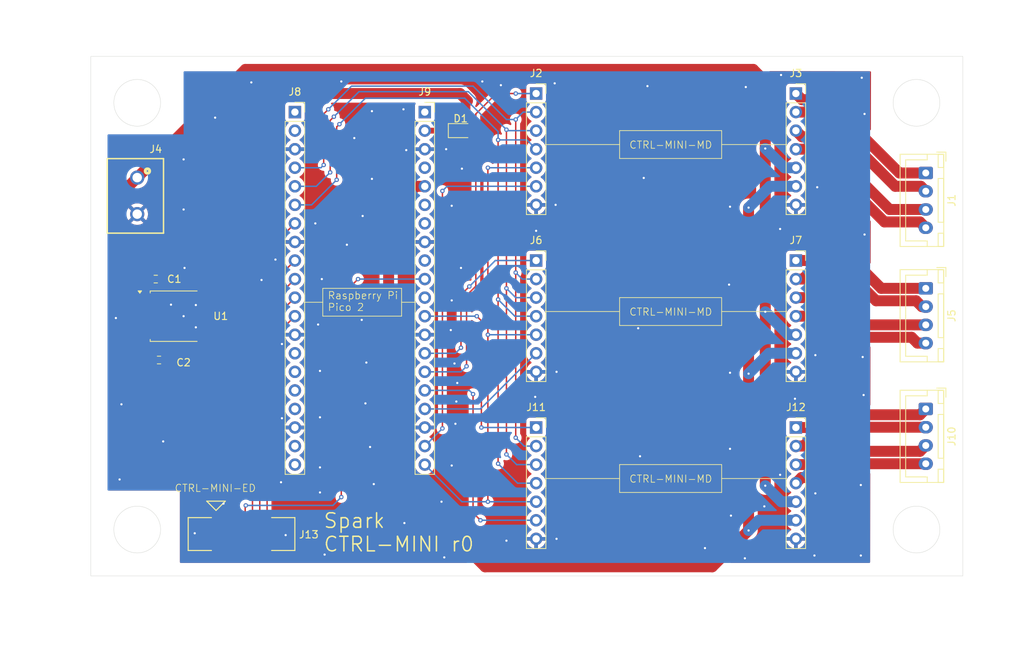
<source format=kicad_pcb>
(kicad_pcb (version 20240108) (generator "pcbnew") (generator_version "8.0")
  (layers (0 "F.Cu" signal) (31 "B.Cu" signal) (34 "B.Paste" user) (35 "F.Paste" user) (36 "B.SilkS" user "B.Silkscreen") (37 "F.SilkS" user "F.Silkscreen") (38 "B.Mask" user) (39 "F.Mask" user) (44 "Edge.Cuts" user))
  (net 0 "")
  (net 1 "GND")
  (net 2 "+12V")
  (net 3 "VSYS")
  (net 4 "Net-(D1-K)")
  (net 5 "Net-(J1-Pin_2)")
  (net 6 "Net-(J1-Pin_4)")
  (net 7 "Net-(J1-Pin_1)")
  (net 8 "Net-(J1-Pin_3)")
  (net 9 "SCK")
  (net 10 "SDI")
  (net 11 "DIR")
  (net 12 "SDO")
  (net 13 "CSN0")
  (net 14 "STEP0")
  (net 15 "VCC")
  (net 16 "Net-(J5-Pin_4)")
  (net 17 "Net-(J5-Pin_3)")
  (net 18 "Net-(J5-Pin_1)")
  (net 19 "Net-(J5-Pin_2)")
  (net 20 "STEP1")
  (net 21 "CSN1")
  (net 22 "ED{slash}DCHG_DETECT")
  (net 23 "ED{slash}DCHG_TARG_PWM")
  (net 24 "ED{slash}MODE")
  (net 25 "RSV{slash}MUI-TX")
  (net 26 "RSV{slash}MUI-RX")
  (net 29 "ED{slash}SENSE_CURR")
  (net 33 "ED{slash}DCHG_GATE")
  (net 38 "STEP2")
  (net 39 "CSN2")
  (net 43 "Net-(J10-Pin_4)")
  (net 44 "Net-(J10-Pin_1)")
  (net 45 "Net-(J10-Pin_2)")
  (net 46 "Net-(J10-Pin_3)")
  (net 47 "ED{slash}SENSE_GATE")
  (footprint "Diode_SMD:D_0805_2012Metric" (layer "F.Cu") (at 114.1245 60.96)
    (property "Reference" "D1")
    (property "Value" "500mA")
  )
  (footprint "Resistor_SMD:R_0603_1608Metric" (layer "F.Cu") (at 72.39 81.28)
    (property "Reference" "C1")
    (property "Value" "0.33uF 24V")
  )
  (footprint "Connector_JST:JST_XH_B4B-XH-A_1x04_P2.50mm_Vertical" (layer "F.Cu") (at 177.8 82.55 -90)
    (property "Reference" "J5")
    (property "Value" "Conn_01x04_Pin")
  )
  (footprint "Connector_PinSocket_2.54mm:PinSocket_1x20_P2.54mm_Vertical" (layer "F.Cu") (at 109.22 58.42)
    (property "Reference" "J9")
    (property "Value" "RPP-R")
  )
  (footprint "Connector_PinSocket_2.54mm:PinSocket_1x07_P2.54mm_Vertical" (layer "F.Cu") (at 124.46 55.88)
    (property "Reference" "J2")
    (property "Value" "MD0-L")
  )
  (footprint "Connector_PinSocket_2.54mm:PinSocket_1x07_P2.54mm_Vertical" (layer "F.Cu") (at 160.02 78.74)
    (property "Reference" "J7")
    (property "Value" "MD1-R")
  )
  (footprint "SparkAll:CON_526100872_MOL" (layer "F.Cu") (at 84.129985 116.185)
    (property "Reference" "J13")
    (property "Value" "Conn_01x08_Pin")
  )
  (footprint "Connector_PinSocket_2.54mm:PinSocket_1x07_P2.54mm_Vertical" (layer "F.Cu") (at 160.02 101.6)
    (property "Reference" "J12")
    (property "Value" "MD2-R")
  )
  (footprint "Connector_JST:JST_XH_B4B-XH-A_1x04_P2.50mm_Vertical" (layer "F.Cu") (at 177.8 99.06 -90)
    (property "Reference" "J10")
    (property "Value" "Conn_01x04_Pin")
  )
  (footprint "Connector_PinSocket_2.54mm:PinSocket_1x07_P2.54mm_Vertical" (layer "F.Cu") (at 124.46 78.74)
    (property "Reference" "J6")
    (property "Value" "MD1-L")
  )
  (footprint "Resistor_SMD:R_0603_1608Metric" (layer "F.Cu") (at 72.835 92.36)
    (property "Reference" "C2")
    (property "Value" "0.1uF 12V")
  )
  (footprint "SparkAll:691137710002" (layer "F.Cu") (at 69.85 69.89 -90)
    (property "Reference" "J4")
    (property "Value" "Screw_Terminal_01x02")
  )
  (footprint "Package_TO_SOT_SMD:TO-252-2" (layer "F.Cu") (at 74.94 86.36)
    (property "Reference" "U1")
    (property "Value" "BD50FC0FP")
  )
  (footprint "Connector_PinSocket_2.54mm:PinSocket_1x07_P2.54mm_Vertical" (layer "F.Cu") (at 160.02 55.88)
    (property "Reference" "J3")
    (property "Value" "MD0-R")
  )
  (footprint "Connector_PinSocket_2.54mm:PinSocket_1x07_P2.54mm_Vertical" (layer "F.Cu") (at 124.46 101.6)
    (property "Reference" "J11")
    (property "Value" "MD2-L")
  )
  (footprint "Connector_PinSocket_2.54mm:PinSocket_1x20_P2.54mm_Vertical" (layer "F.Cu") (at 91.44 58.42)
    (property "Reference" "J8")
    (property "Value" "RPP-L")
  )
  (footprint "Connector_JST:JST_XH_B4B-XH-A_1x04_P2.50mm_Vertical" (layer "F.Cu") (at 177.8 66.755 -90)
    (property "Reference" "J1")
    (property "Value" "Conn_01x04_Pin")
  )
  (gr_line (start 106.045 84.455) (end 107.95 84.455) (stroke (width 0.1)) (layer "F.SilkS"))
  (gr_line (start 149.86 108.585) (end 158.75 108.585) (stroke (width 0.1)) (layer "F.SilkS"))
  (gr_line (start 149.86 110.49) (end 149.86 106.68) (stroke (width 0.1)) (layer "F.SilkS"))
  (gr_line (start 149.86 64.77) (end 149.86 60.96) (stroke (width 0.1)) (layer "F.SilkS"))
  (gr_line (start 135.89 106.68) (end 135.89 110.49) (stroke (width 0.1)) (layer "F.SilkS"))
  (gr_line (start 135.89 60.96) (end 135.89 64.77) (stroke (width 0.1)) (layer "F.SilkS"))
  (gr_line (start 135.89 85.725) (end 125.73 85.725) (stroke (width 0.1)) (layer "F.SilkS"))
  (gr_line (start 149.86 60.96) (end 135.89 60.96) (stroke (width 0.1)) (layer "F.SilkS"))
  (gr_line (start 95.25 84.455) (end 92.71 84.455) (stroke (width 0.1)) (layer "F.SilkS"))
  (gr_line (start 135.89 64.77) (end 149.86 64.77) (stroke (width 0.1)) (layer "F.SilkS"))
  (gr_line (start 135.89 62.865) (end 125.73 62.865) (stroke (width 0.1)) (layer "F.SilkS"))
  (gr_line (start 149.86 87.63) (end 149.86 83.82) (stroke (width 0.1)) (layer "F.SilkS"))
  (gr_line (start 106.045 82.55) (end 95.25 82.55) (stroke (width 0.1)) (layer "F.SilkS"))
  (gr_line (start 135.89 110.49) (end 149.86 110.49) (stroke (width 0.1)) (layer "F.SilkS"))
  (gr_line (start 95.25 86.36) (end 106.045 86.36) (stroke (width 0.1)) (layer "F.SilkS"))
  (gr_line (start 135.89 83.82) (end 135.89 87.63) (stroke (width 0.1)) (layer "F.SilkS"))
  (gr_line (start 95.25 82.55) (end 95.25 86.36) (stroke (width 0.1)) (layer "F.SilkS"))
  (gr_line (start 149.86 83.82) (end 135.89 83.82) (stroke (width 0.1)) (layer "F.SilkS"))
  (gr_line (start 149.86 106.68) (end 135.89 106.68) (stroke (width 0.1)) (layer "F.SilkS"))
  (gr_line (start 135.89 87.63) (end 149.86 87.63) (stroke (width 0.1)) (layer "F.SilkS"))
  (gr_line (start 149.86 62.865) (end 158.75 62.865) (stroke (width 0.1)) (layer "F.SilkS"))
  (gr_line (start 135.89 108.585) (end 125.73 108.585) (stroke (width 0.1)) (layer "F.SilkS"))
  (gr_line (start 106.045 86.36) (end 106.045 82.55) (stroke (width 0.1)) (layer "F.SilkS"))
  (gr_line (start 149.86 85.725) (end 158.75 85.725) (stroke (width 0.1)) (layer "F.SilkS"))
  (gr_circle (center 176.53 57.15) (end 179.73 57.15) (stroke (width 0.05)) (fill none) (layer "Edge.Cuts"))
  (gr_circle (center 69.85 115.57) (end 73.05 115.57) (stroke (width 0.05)) (fill none) (layer "Edge.Cuts"))
  (gr_rect (start 63.5 50.8) (end 182.88 121.92) (stroke (width 0.05)) (fill none) (layer "Edge.Cuts"))
  (gr_circle (center 69.85 57.15) (end 73.05 57.15) (stroke (width 0.05)) (fill none) (layer "Edge.Cuts"))
  (gr_circle (center 176.53 115.57) (end 179.73 115.57) (stroke (width 0.05)) (fill none) (layer "Edge.Cuts"))
  (gr_text "CTRL-MINI-MD" (at 137.16 86.36 0) (layer "F.SilkS") (effects (font (size 1 1) (thickness 0.1)) (justify left bottom)))
  (gr_text "Spark\nCTRL-MINI r0" (at 95.25 118.745 0) (layer "F.SilkS") (effects (font (size 2 2) (thickness 0.2)) (justify left bottom)))
  (gr_text "CTRL-MINI-ED" (at 74.93 110.49 0) (layer "F.SilkS") (effects (font (size 1 1) (thickness 0.1)) (justify left bottom)))
  (gr_text "CTRL-MINI-MD" (at 137.16 63.5 0) (layer "F.SilkS") (effects (font (size 1 1) (thickness 0.1)) (justify left bottom)))
  (gr_text "Raspberry Pi\nPico 2" (at 95.885 85.725 0) (layer "F.SilkS") (effects (font (size 1 1) (thickness 0.1)) (justify left bottom)))
  (gr_text "CTRL-MINI-MD" (at 137.16 109.22 0) (layer "F.SilkS") (effects (font (size 1 1) (thickness 0.1)) (justify left bottom)))
  (segment (start 74.474 84.784) (end 74.525 84.835) (width 0.2) (layer "F.Cu") (net 1))
  (segment (start 73.66 92.36) (end 73.66 88.75) (width 0.6) (layer "F.Cu") (net 1))
  (segment (start 73.66 88.75) (end 74.525 87.885) (width 0.2) (layer "F.Cu") (net 1))
  (segment (start 81.63 114.36) (end 81.63 118.11) (width 0.4) (layer "F.Cu") (net 1))
  (segment (start 73.215 81.28) (end 73.215 83.525) (width 0.6) (layer "F.Cu") (net 1))
  (segment (start 81.661 112.014) (end 81.63 112.045) (width 0.4) (layer "F.Cu") (net 1))
  (segment (start 73.215 83.525) (end 74.474 84.784) (width 0.2) (layer "F.Cu") (net 1))
  (segment (start 81.63 112.045) (end 81.63 114.36) (width 0.4) (layer "F.Cu") (net 1))
  (via (at 100.584 86.868) (size 0.6) (drill 0.3) (layers "F.Cu" "B.Cu") (net 1))
  (via (at 97.79 54.229) (size 0.6) (drill 0.3) (layers "F.Cu" "B.Cu") (net 1))
  (via (at 76.2 64.897) (size 0.6) (drill 0.3) (layers "F.Cu" "B.Cu") (net 1))
  (via (at 86.868 81.407) (size 0.6) (drill 0.3) (layers "F.Cu" "B.Cu") (net 1))
  (via (at 89.662 90.17) (size 0.6) (drill 0.3) (layers "F.Cu" "B.Cu") (net 1))
  (via (at 162.941 68.707) (size 0.6) (drill 0.3) (layers "F.Cu" "B.Cu") (net 1))
  (via (at 113.665 95.504) (size 0.6) (drill 0.3) (layers "F.Cu" "B.Cu") (net 1))
  (via (at 157.988 53.34) (size 0.6) (drill 0.3) (layers "F.Cu" "B.Cu") (net 1))
  (via (at 169.037 53.721) (size 0.6) (drill 0.3) (layers "F.Cu" "B.Cu") (net 1))
  (via (at 94.869 93.853) (size 0.6) (drill 0.3) (layers "F.Cu" "B.Cu") (net 1))
  (via (at 120.396 117.094) (size 0.6) (drill 0.3) (layers "F.Cu" "B.Cu") (net 1))
  (via (at 73.406 103.505) (size 0.6) (drill 0.3) (layers "F.Cu" "B.Cu") (net 1))
  (via (at 77.875 87.885) (size 0.6) (drill 0.3) (layers "F.Cu" "B.Cu") (net 1))
  (via (at 162.687 91.694) (size 0.6) (drill 0.3) (layers "F.Cu" "B.Cu") (net 1))
  (via (at 98.552 76.581) (size 0.6) (drill 0.3) (layers "F.Cu" "B.Cu") (net 1))
  (via (at 101.981 58.293) (size 0.6) (drill 0.3) (layers "F.Cu" "B.Cu") (net 1))
  (via (at 106.426 114.681) (size 0.6) (drill 0.3) (layers "F.Cu" "B.Cu") (net 1))
  (via (at 169.418 58.674) (size 0.6) (drill 0.3) (layers "F.Cu" "B.Cu") (net 1))
  (via (at 95.504 118.999) (size 0.6) (drill 0.3) (layers "F.Cu" "B.Cu") (net 1))
  (via (at 89.662 100.33) (size 0.6) (drill 0.3) (layers "F.Cu" "B.Cu") (net 1))
  (via (at 94.615 87.503) (size 0.6) (drill 0.3) (layers "F.Cu" "B.Cu") (net 1))
  (via (at 90.17 116.332) (size 0.6) (drill 0.3) (layers "F.Cu" "B.Cu") (net 1))
  (via (at 112.776 88.265) (size 0.6) (drill 0.3) (layers "F.Cu" "B.Cu") (net 1))
  (via (at 100.711 72.644) (size 0.6) (drill 0.3) (layers "F.Cu" "B.Cu") (net 1))
  (via (at 113.538 98.044) (size 0.6) (drill 0.3) (layers "F.Cu" "B.Cu") (net 1))
  (via (at 95.123 81.28) (size 0.6) (drill 0.3) (layers "F.Cu" "B.Cu") (net 1))
  (via (at 169.291 97.155) (size 0.6) (drill 0.3) (layers "F.Cu" "B.Cu") (net 1))
  (via (at 139.192 67.437) (size 0.6) (drill 0.3) (layers "F.Cu" "B.Cu") (net 1))
  (via (at 153.035 119.507) (size 0.6) (drill 0.3) (layers "F.Cu" "B.Cu") (net 1))
  (via (at 67.437 108.712) (size 0.6) (drill 0.3) (layers "F.Cu" "B.Cu") (net 1))
  (via (at 127 54.483) (size 0.6) (drill 0.3) (layers "F.Cu" "B.Cu") (net 1))
  (via (at 151.003 104.521) (size 0.6) (drill 0.3) (layers "F.Cu" "B.Cu") (net 1))
  (via (at 94.234 73.66) (size 0.6) (drill 0.3) (layers "F.Cu" "B.Cu") (net 1))
  (via (at 127.254 116.84) (size 0.6) (drill 0.3) (layers "F.Cu" "B.Cu") (net 1))
  (via (at 113.411 101.092) (size 0.6) (drill 0.3) (layers "F.Cu" "B.Cu") (net 1))
  (via (at 162.56 119.126) (size 0.6) (drill 0.3) (layers "F.Cu" "B.Cu") (net 1))
  (via (at 76.327 79.756) (size 0.6) (drill 0.3) (layers "F.Cu" "B.Cu") (net 1))
  (via (at 111.887 119.38) (size 0.6) (drill 0.3) (layers "F.Cu" "B.Cu") (net 1))
  (via (at 157.861 74.422) (size 0.6) (drill 0.3) (layers "F.Cu" "B.Cu") (net 1))
  (via (at 169.164 91.948) (size 0.6) (drill 0.3) (layers "F.Cu" "B.Cu") (net 1))
  (via (at 101.727 104.267) (size 0.6) (drill 0.3) (layers "F.Cu" "B.Cu") (net 1))
  (via (at 114.3 66.167) (size 0.6) (drill 0.3) (layers "F.Cu" "B.Cu") (net 1))
  (via (at 124.333 97.409) (size 0.6) (drill 0.3) (layers "F.Cu" "B.Cu") (net 1))
  (via (at 112.903 106.807) (size 0.6) (drill 0.3) (layers "F.Cu" "B.Cu") (net 1))
  (via (at 150.876 82.042) (size 0.6) (drill 0.3) (layers "F.Cu" "B.Cu") (net 1))
  (via (at 67.691 98.425) (size 0.6) (drill 0.3) (layers "F.Cu" "B.Cu") (net 1))
  (via (at 94.869 107.061) (size 0.6) (drill 0.3) (layers "F.Cu" "B.Cu") (net 1))
  (via (at 147.574 118.11) (size 0.6) (drill 0.3) (layers "F.Cu" "B.Cu") (net 1))
  (via (at 124.46 74.676) (size 0.6) (drill 0.3) (layers "F.Cu" "B.Cu") (net 1))
  (via (at 138.43 88.011) (size 0.6) (drill 0.3) (layers "F.Cu" "B.Cu") (net 1))
  (via (at 112.141 63.5) (size 0.6) (drill 0.3) (layers "F.Cu" "B.Cu") (net 1))
  (via (at 88.773 78.613) (size 0.6) (drill 0.3) (layers "F.Cu" "B.Cu") (net 1))
  (via (at 151.003 94.107) (size 0.6) (drill 0.3) (layers "F.Cu" "B.Cu") (net 1))
  (via (at 112.903 71.247) (size 0.6) (drill 0.3) (layers "F.Cu" "B.Cu") (net 1))
  (via (at 159.893 97.663) (size 0.6) (drill 0.3) (layers "F.Cu" "B.Cu") (net 1))
  (via (at 74.474 84.784) (size 0.6) (drill 0.3) (layers "F.Cu" "B.Cu") (net 1))
  (via (at 168.91 119.126) (size 0.6) (drill 0.3) (layers "F.Cu" "B.Cu") (net 1))
  (via (at 101.092 98.298) (size 0.6) (drill 0.3) (layers "F.Cu" "B.Cu") (net 1))
  (via (at 76.2 71.755) (size 0.6) (drill 0.3) (layers "F.Cu" "B.Cu") (net 1))
  (via (at 85.471 54.356) (size 0.6) (drill 0.3) (layers "F.Cu" "B.Cu") (net 1))
  (via (at 77.724 116.078) (size 0.6) (drill 0.3) (layers "F.Cu" "B.Cu") (net 1))
  (via (at 151.13 113.665) (size 0.6) (drill 0.3) (layers "F.Cu" "B.Cu") (net 1))
  (via (at 127.127 71.12) (size 0.6) (drill 0.3) (layers "F.Cu" "B.Cu") (net 1))
  (via (at 94.869 100.203) (size 0.6) (drill 0.3) (layers "F.Cu" "B.Cu") (net 1))
  (via (at 153.162 54.991) (size 0.6) (drill 0.3) (layers "F.Cu" "B.Cu") (net 1))
  (via (at 102.235 109.347) (size 0.6) (drill 0.3) (layers "F.Cu" "B.Cu") (net 1))
  (via (at 106.299 58.039) (size 0.6) (drill 0.3) (layers "F.Cu" "B.Cu") (net 1))
  (via (at 66.929 86.614) (size 0.6) (drill 0.3) (layers "F.Cu" "B.Cu") (net 1))
  (via (at 157.861 108.077) (size 0.6) (drill 0.3) (layers "F.Cu" "B.Cu") (net 1))
  (via (at 155.702 112.395) (size 0.6) (drill 0.3) (layers "F.Cu" "B.Cu") (net 1))
  (via (at 113.284 92.837) (size 0.6) (drill 0.3) (layers "F.Cu" "B.Cu") (net 1))
  (via (at 111.506 111.76) (size 0.6) (drill 0.3) (layers "F.Cu" "B.Cu") (net 1))
  (via (at 138.684 105.537) (size 0.6) (drill 0.3) (layers "F.Cu" "B.Cu") (net 1))
  (via (at 114.173 79.756) (size 0.6) (drill 0.3) (layers "F.Cu" "B.Cu") (net 1))
  (via (at 117.094 54.229) (size 0.6) (drill 0.3) (layers "F.Cu" "B.Cu") (net 1))
  (via (at 101.981 67.564) (size 0.6) (drill 0.3) (layers "F.Cu" "B.Cu") (net 1))
  (via (at 139.7 54.864) (size 0.6) (drill 0.3) (layers "F.Cu" "B.Cu") (net 1))
  (via (at 169.418 75.184) (size 0.6) (drill 0.3) (layers "F.Cu" "B.Cu") (net 1))
  (via (at 112.903 84.201) (size 0.6) (drill 0.3) (layers "F.Cu" "B.Cu") (net 1))
  (via (at 80.518 59.182) (size 0.6) (drill 0.3) (layers "F.Cu" "B.Cu") (net 1))
  (via (at 77.875 84.835) (size 0.6) (drill 0.3) (layers "F.Cu" "B.Cu") (net 1))
  (via (at 151.003 71.374) (size 0.6) (drill 0.3) (layers "F.Cu" "B.Cu") (net 1))
  (via (at 89.535 109.093) (size 0.6) (drill 0.3) (layers "F.Cu" "B.Cu") (net 1))
  (via (at 99.568 61.976) (size 0.6) (drill 0.3) (layers "F.Cu" "B.Cu") (net 1))
  (via (at 76.2 86.36) (size 0.6) (drill 0.3) (layers "F.Cu" "B.Cu") (net 1))
  (via (at 168.91 109.474) (size 0.6) (drill 0.3) (layers "F.Cu" "B.Cu") (net 1))
  (via (at 162.687 110.617) (size 0.6) (drill 0.3) (layers "F.Cu" "B.Cu") (net 1))
  (via (at 81.661 112.014) (size 0.6) (drill 0.3) (layers "F.Cu" "B.Cu") (net 1))
  (via (at 127.254 93.98) (size 0.6) (drill 0.3) (layers "F.Cu" "B.Cu") (net 1))
  (via (at 119.634 54.737) (size 0.6) (drill 0.3) (layers "F.Cu" "B.Cu") (net 1))
  (via (at 101.219 92.71) (size 0.6) (drill 0.3) (layers "F.Cu" "B.Cu") (net 1))
  (via (at 94.869 110.49) (size 0.6) (drill 0.3) (layers "F.Cu" "B.Cu") (net 1))
  (via (at 106.68 63.627) (size 0.6) (drill 0.3) (layers "F.Cu" "B.Cu") (net 1))
  (segment (start 67.056 77.724) (end 69.85 80.518) (width 1.5) (layer "F.Cu") (net 2))
  (segment (start 70.104 81.28) (end 69.9 81.076) (width 0.2) (layer "F.Cu") (net 2))
  (segment (start 155.829 54.229) (end 154.178 52.578) (width 1.5) (layer "F.Cu") (net 2))
  (segment (start 154.178 52.578) (end 84.662 52.578) (width 1.5) (layer "F.Cu") (net 2))
  (segment (start 69.85 81.026) (end 69.9 81.076) (width 0.2) (layer "F.Cu") (net 2))
  (segment (start 67.056 70.184) (end 67.056 77.724) (width 1.5) (layer "F.Cu") (net 2))
  (segment (start 69.85 80.518) (end 69.85 81.026) (width 1.5) (layer "F.Cu") (net 2))
  (segment (start 71.565 81.28) (end 70.104 81.28) (width 0.8) (layer "F.Cu") (net 2))
  (segment (start 155.829 109.56704) (end 155.829 85.758959) (width 1.5) (layer "F.Cu") (net 2))
  (segment (start 69.9 81.076) (end 69.9 84.08) (width 1.5) (layer "F.Cu") (net 2))
  (segment (start 155.829 63.406959) (end 155.829 54.229) (width 1.5) (layer "F.Cu") (net 2))
  (segment (start 155.829 85.758959) (end 155.829 63.406959) (width 1.5) (layer "F.Cu") (net 2))
  (segment (start 69.85 67.39) (end 67.056 70.184) (width 1.5) (layer "F.Cu") (net 2))
  (segment (start 84.662 52.578) (end 69.85 67.39) (width 1.5) (layer "F.Cu") (net 2))
  (via (at 155.829 109.56704) (size 0.6) (drill 0.3) (layers "F.Cu" "B.Cu") (net 2))
  (via (at 155.829 63.406959) (size 0.6) (drill 0.3) (layers "F.Cu" "B.Cu") (net 2))
  (via (at 155.829 85.758959) (size 0.6) (drill 0.3) (layers "F.Cu" "B.Cu") (net 2))
  (segment (start 158.970041 88.9) (end 155.829 85.758959) (width 1.5) (layer "B.Cu") (net 2))
  (segment (start 160.02 88.9) (end 158.970041 88.9) (width 1.5) (layer "B.Cu") (net 2))
  (segment (start 158.02196 111.76) (end 155.829 109.56704) (width 1.5) (layer "B.Cu") (net 2))
  (segment (start 158.462041 66.04) (end 155.829 63.406959) (width 1.5) (layer "B.Cu") (net 2))
  (segment (start 160.02 66.04) (end 158.462041 66.04) (width 1.5) (layer "B.Cu") (net 2))
  (segment (start 160.02 111.76) (end 158.02196 111.76) (width 1.5) (layer "B.Cu") (net 2))
  (segment (start 82.55 59.563) (end 82.55 93.472) (width 1.5) (layer "F.Cu") (net 3))
  (segment (start 72.01 94.362) (end 72.01 92.36) (width 0.8) (layer "F.Cu") (net 3))
  (segment (start 114.046 55.88) (end 86.233 55.88) (width 1.5) (layer "F.Cu") (net 3))
  (segment (start 80.63 96.154) (end 80.488 96.012) (width 0.4) (layer "F.Cu") (net 3))
  (segment (start 115.062 56.896) (end 115.062 60.96) (width 0.8) (layer "F.Cu") (net 3))
  (segment (start 70.516 92.36) (end 72.01 92.36) (width 0.8) (layer "F.Cu") (net 3))
  (segment (start 73.66 96.012) (end 72.01 94.362) (width 1.5) (layer "F.Cu") (net 3))
  (segment (start 80.63 114.36) (end 80.63 96.154) (width 0.5) (layer "F.Cu") (net 3))
  (segment (start 80.488 96.012) (end 79.756 96.012) (width 0.4) (layer "F.Cu") (net 3))
  (segment (start 80.01 96.012) (end 79.756 96.012) (width 1.5) (layer "F.Cu") (net 3))
  (segment (start 79.756 96.012) (end 73.66 96.012) (width 1.5) (layer "F.Cu") (net 3))
  (segment (start 69.9 91.744) (end 70.516 92.36) (width 0.8) (layer "F.Cu") (net 3))
  (segment (start 82.55 93.472) (end 80.01 96.012) (width 1.5) (layer "F.Cu") (net 3))
  (segment (start 80.63 114.36) (end 80.63 118.11) (width 0.4) (layer "F.Cu") (net 3))
  (segment (start 86.233 55.88) (end 82.55 59.563) (width 1.5) (layer "F.Cu") (net 3))
  (segment (start 69.9 88.64) (end 69.9 91.744) (width 0.8) (layer "F.Cu") (net 3))
  (segment (start 115.062 56.896) (end 114.046 55.88) (width 1.5) (layer "F.Cu") (net 3))
  (segment (start 109.22 60.96) (end 113.187 60.96) (width 0.8) (layer "F.Cu") (net 4))
  (segment (start 177.125 68.58) (end 177.8 69.255) (width 1.5) (layer "F.Cu") (net 5))
  (segment (start 163.457836 58.42) (end 173.617836 68.58) (width 1.5) (layer "F.Cu") (net 5))
  (segment (start 173.617836 68.58) (end 177.125 68.58) (width 1.5) (layer "F.Cu") (net 5))
  (segment (start 160.02 58.42) (end 163.457836 58.42) (width 1.5) (layer "F.Cu") (net 5))
  (segment (start 162.187836 63.5) (end 172.142836 73.455) (width 1.5) (layer "F.Cu") (net 6))
  (segment (start 172.142836 73.455) (end 177 73.455) (width 1.5) (layer "F.Cu") (net 6))
  (segment (start 177 73.455) (end 177.8 74.255) (width 1.5) (layer "F.Cu") (net 6))
  (segment (start 160.02 63.5) (end 162.187836 63.5) (width 1.5) (layer "F.Cu") (net 6))
  (segment (start 177.8 66.755) (end 174.197 66.755) (width 1.5) (layer "F.Cu") (net 7))
  (segment (start 174.197 66.755) (end 164.162 56.72) (width 1.5) (layer "F.Cu") (net 7))
  (segment (start 164.162 56.72) (end 160.86 56.72) (width 1.5) (layer "F.Cu") (net 7))
  (segment (start 160.86 56.72) (end 160.02 55.88) (width 1.5) (layer "F.Cu") (net 7))
  (segment (start 162.892 61.8) (end 172.847 71.755) (width 1.5) (layer "F.Cu") (net 8))
  (segment (start 160.86 61.8) (end 162.892 61.8) (width 1.5) (layer "F.Cu") (net 8))
  (segment (start 160.02 60.96) (end 160.86 61.8) (width 1.5) (layer "F.Cu") (net 8))
  (segment (start 172.847 71.755) (end 177.8 71.755) (width 1.5) (layer "F.Cu") (net 8))
  (segment (start 95.377 58.674) (end 96.012 58.039) (width 0.2) (layer "F.Cu") (net 9))
  (segment (start 121.666 59.436) (end 121.666 102.997) (width 0.2) (layer "F.Cu") (net 9))
  (segment (start 95.377 65.659) (end 95.377 58.674) (width 0.2) (layer "F.Cu") (net 9))
  (via (at 121.666 59.436) (size 0.6) (drill 0.3) (layers "F.Cu" "B.Cu") (net 9))
  (via (at 121.666 80.391) (size 0.6) (drill 0.3) (layers "F.Cu" "B.Cu") (net 9))
  (via (at 96.012 58.039) (size 0.6) (drill 0.3) (layers "F.Cu" "B.Cu") (net 9))
  (via (at 95.377 65.659) (size 0.6) (drill 0.3) (layers "F.Cu" "B.Cu") (net 9))
  (via (at 121.666 102.997) (size 0.6) (drill 0.3) (layers "F.Cu" "B.Cu") (net 9))
  (segment (start 122.682 58.42) (end 121.666 59.436) (width 0.2) (layer "B.Cu") (net 9))
  (segment (start 122.555 81.28) (end 121.666 80.391) (width 0.2) (layer "B.Cu") (net 9))
  (segment (start 124.46 81.28) (end 122.555 81.28) (width 0.2) (layer "B.Cu") (net 9))
  (segment (start 124.46 58.42) (end 122.682 58.42) (width 0.2) (layer "B.Cu") (net 9))
  (segment (start 121.666 59.436) (end 120.396 59.436) (width 0.2) (layer "B.Cu") (net 9))
  (segment (start 91.44 66.04) (end 94.996 66.04) (width 0.2) (layer "B.Cu") (net 9))
  (segment (start 122.809 104.14) (end 121.666 102.997) (width 0.2) (layer "B.Cu") (net 9))
  (segment (start 124.46 104.14) (end 122.809 104.14) (width 0.2) (layer "B.Cu") (net 9))
  (segment (start 94.996 66.04) (end 95.377 65.659) (width 0.2) (layer "B.Cu") (net 9))
  (segment (start 120.396 59.436) (end 115.824 54.864) (width 0.2) (layer "B.Cu") (net 9))
  (segment (start 99.187 54.864) (end 96.012 58.039) (width 0.2) (layer "B.Cu") (net 9))
  (segment (start 115.824 54.864) (end 99.187 54.864) (width 0.2) (layer "B.Cu") (net 9))
  (segment (start 120.396 82.55) (end 120.396 105.283) (width 0.2) (layer "F.Cu") (net 10))
  (segment (start 96.266 59.563) (end 96.774 59.055) (width 0.2) (layer "F.Cu") (net 10))
  (segment (start 96.266 66.675) (end 96.266 59.563) (width 0.2) (layer "F.Cu") (net 10))
  (segment (start 120.396 60.833) (end 120.396 82.55) (width 0.2) (layer "F.Cu") (net 10))
  (via (at 96.266 66.675) (size 0.6) (drill 0.3) (layers "F.Cu" "B.Cu") (net 10))
  (via (at 120.396 82.55) (size 0.6) (drill 0.3) (layers "F.Cu" "B.Cu") (net 10))
  (via (at 96.774 59.055) (size 0.6) (drill 0.3) (layers "F.Cu" "B.Cu") (net 10))
  (via (at 120.396 60.833) (size 0.6) (drill 0.3) (layers "F.Cu" "B.Cu") (net 10))
  (via (at 120.396 105.283) (size 0.6) (drill 0.3) (layers "F.Cu" "B.Cu") (net 10))
  (segment (start 115.189 55.626) (end 100.203 55.626) (width 0.2) (layer "B.Cu") (net 10))
  (segment (start 120.523 60.96) (end 124.46 60.96) (width 0.2) (layer "B.Cu") (net 10))
  (segment (start 91.44 68.58) (end 94.361 68.58) (width 0.2) (layer "B.Cu") (net 10))
  (segment (start 120.396 60.833) (end 120.523 60.96) (width 0.2) (layer "B.Cu") (net 10))
  (segment (start 94.361 68.58) (end 96.266 66.675) (width 0.2) (layer "B.Cu") (net 10))
  (segment (start 120.396 82.55) (end 121.666 83.82) (width 0.2) (layer "B.Cu") (net 10))
  (segment (start 121.793 106.68) (end 120.396 105.283) (width 0.2) (layer "B.Cu") (net 10))
  (segment (start 121.666 83.82) (end 124.46 83.82) (width 0.2) (layer "B.Cu") (net 10))
  (segment (start 120.396 60.833) (end 115.189 55.626) (width 0.2) (layer "B.Cu") (net 10))
  (segment (start 124.46 106.68) (end 121.793 106.68) (width 0.2) (layer "B.Cu") (net 10))
  (segment (start 100.203 55.626) (end 96.774 59.055) (width 0.2) (layer "B.Cu") (net 10))
  (segment (start 117.856 66.04) (end 117.856 88.9) (width 0.2) (layer "F.Cu") (net 11))
  (segment (start 117.856 88.9) (end 117.856 111.76) (width 0.2) (layer "F.Cu") (net 11))
  (via (at 117.856 111.76) (size 0.6) (drill 0.3) (layers "F.Cu" "B.Cu") (net 11))
  (via (at 117.856 88.9) (size 0.6) (drill 0.3) (layers "F.Cu" "B.Cu") (net 11))
  (via (at 117.856 66.04) (size 0.6) (drill 0.3) (layers "F.Cu" "B.Cu") (net 11))
  (segment (start 124.46 66.04) (end 117.856 66.04) (width 0.2) (layer "B.Cu") (net 11))
  (segment (start 114.3 111.76) (end 117.856 111.76) (width 0.2) (layer "B.Cu") (net 11))
  (segment (start 124.46 88.9) (end 117.856 88.9) (width 0.2) (layer "B.Cu") (net 11))
  (segment (start 117.856 111.76) (end 124.46 111.76) (width 0.2) (layer "B.Cu") (net 11))
  (segment (start 109.22 106.68) (end 114.3 111.76) (width 0.2) (layer "B.Cu") (net 11))
  (segment (start 119.253 106.553) (end 119.253 84.074) (width 0.2) (layer "F.Cu") (net 12))
  (segment (start 97.155 60.452) (end 97.536 60.071) (width 0.2) (layer "F.Cu") (net 12))
  (segment (start 97.155 67.691) (end 97.155 60.452) (width 0.2) (layer "F.Cu") (net 12))
  (segment (start 119.253 84.074) (end 119.253 62.23) (width 0.2) (layer "F.Cu") (net 12))
  (via (at 119.253 106.553) (size 0.6) (drill 0.3) (layers "F.Cu" "B.Cu") (net 12))
  (via (at 97.155 67.691) (size 0.6) (drill 0.3) (layers "F.Cu" "B.Cu") (net 12))
  (via (at 97.536 60.071) (size 0.6) (drill 0.3) (layers "F.Cu" "B.Cu") (net 12))
  (via (at 119.253 84.074) (size 0.6) (drill 0.3) (layers "F.Cu" "B.Cu") (net 12))
  (via (at 119.253 62.23) (size 0.6) (drill 0.3) (layers "F.Cu" "B.Cu") (net 12))
  (segment (start 119.253 61.087) (end 119.253 62.23) (width 0.2) (layer "B.Cu") (net 12))
  (segment (start 97.536 60.071) (end 101.092 56.515) (width 0.2) (layer "B.Cu") (net 12))
  (segment (start 124.46 63.5) (end 123.19 62.23) (width 0.2) (layer "B.Cu") (net 12))
  (segment (start 121.539 86.36) (end 119.253 84.074) (width 0.2) (layer "B.Cu") (net 12))
  (segment (start 121.92 109.22) (end 119.253 106.553) (width 0.2) (layer "B.Cu") (net 12))
  (segment (start 114.681 56.515) (end 119.253 61.087) (width 0.2) (layer "B.Cu") (net 12))
  (segment (start 123.19 62.23) (end 119.253 62.23) (width 0.2) (layer "B.Cu") (net 12))
  (segment (start 124.46 86.36) (end 121.539 86.36) (width 0.2) (layer "B.Cu") (net 12))
  (segment (start 91.44 71.12) (end 93.726 71.12) (width 0.2) (layer "B.Cu") (net 12))
  (segment (start 101.092 56.515) (end 114.681 56.515) (width 0.2) (layer "B.Cu") (net 12))
  (segment (start 93.726 71.12) (end 97.155 67.691) (width 0.2) (layer "B.Cu") (net 12))
  (segment (start 124.46 109.22) (end 121.92 109.22) (width 0.2) (layer "B.Cu") (net 12))
  (segment (start 116.205 58.674) (end 116.205 82.255529) (width 0.2) (layer "F.Cu") (net 13))
  (segment (start 116.205 82.255529) (end 114.935 83.525529) (width 0.2) (layer "F.Cu") (net 13))
  (segment (start 114.935 83.525529) (end 114.935 93.218) (width 0.2) (layer "F.Cu") (net 13))
  (segment (start 121.666 55.88) (end 118.999 55.88) (width 0.2) (layer "F.Cu") (net 13))
  (segment (start 118.999 55.88) (end 116.205 58.674) (width 0.2) (layer "F.Cu") (net 13))
  (via (at 114.935 93.218) (size 0.6) (drill 0.3) (layers "F.Cu" "B.Cu") (net 13))
  (via (at 121.666 55.88) (size 0.6) (drill 0.3) (layers "F.Cu" "B.Cu") (net 13))
  (segment (start 109.22 93.98) (end 114.173 93.98) (width 0.2) (layer "B.Cu") (net 13))
  (segment (start 121.666 55.88) (end 124.46 55.88) (width 0.2) (layer "B.Cu") (net 13))
  (segment (start 114.173 93.98) (end 114.935 93.218) (width 0.2) (layer "B.Cu") (net 13))
  (segment (start 111.633 69.215) (end 111.633 101.727) (width 0.2) (layer "F.Cu") (net 14))
  (via (at 111.633 69.215) (size 0.6) (drill 0.3) (layers "F.Cu" "B.Cu") (net 14))
  (via (at 111.633 101.727) (size 0.6) (drill 0.3) (layers "F.Cu" "B.Cu") (net 14))
  (segment (start 111.633 101.727) (end 109.22 104.14) (width 0.2) (layer "B.Cu") (net 14))
  (segment (start 111.633 69.215) (end 112.268 68.58) (width 0.2) (layer "B.Cu") (net 14))
  (segment (start 112.268 68.58) (end 124.46 68.58) (width 0.2) (layer "B.Cu") (net 14))
  (segment (start 153.543 94.234) (end 153.543 115.697) (width 1.5) (layer "F.Cu") (net 15))
  (segment (start 104.267 72.330919) (end 104.267 107.462) (width 1.5) (layer "F.Cu") (net 15))
  (segment (start 104.267 107.462) (end 117.475 120.67) (width 1.5) (layer "F.Cu") (net 15))
  (segment (start 117.475 120.67) (end 148.57 120.67) (width 1.5) (layer "F.Cu") (net 15))
  (segment (start 109.22 68.58) (end 108.017919 68.58) (width 1.5) (layer "F.Cu") (net 15))
  (segment (start 153.543 71.501) (end 153.543 94.234) (width 1.5) (layer "F.Cu") (net 15))
  (segment (start 148.57 120.67) (end 153.543 115.697) (width 1.5) (layer "F.Cu") (net 15))
  (segment (start 108.017919 68.58) (end 104.267 72.330919) (width 1.5) (layer "F.Cu") (net 15))
  (via (at 153.543 94.234) (size 0.6) (drill 0.3) (layers "F.Cu" "B.Cu") (net 15))
  (via (at 153.543 71.501) (size 0.6) (drill 0.3) (layers "F.Cu" "B.Cu") (net 15))
  (via (at 153.543 115.697) (size 0.6) (drill 0.3) (layers "F.Cu" "B.Cu") (net 15))
  (segment (start 160.02 114.3) (end 154.94 114.3) (width 1.5) (layer "B.Cu") (net 15))
  (segment (start 154.94 114.3) (end 153.543 115.697) (width 1.5) (layer "B.Cu") (net 15))
  (segment (start 156.464 68.58) (end 153.543 71.501) (width 1.5) (layer "B.Cu") (net 15))
  (segment (start 156.337 91.44) (end 153.543 94.234) (width 1.5) (layer "B.Cu") (net 15))
  (segment (start 160.02 68.58) (end 156.464 68.58) (width 1.5) (layer "B.Cu") (net 15))
  (segment (start 160.02 91.44) (end 156.337 91.44) (width 1.5) (layer "B.Cu") (net 15))
  (segment (start 177.8 90.05) (end 176.664 90.05) (width 1.5) (layer "F.Cu") (net 16))
  (segment (start 163.965836 86.36) (end 160.02 86.36) (width 1.5) (layer "F.Cu") (net 16))
  (segment (start 175.864 89.25) (end 166.855836 89.25) (width 1.5) (layer "F.Cu") (net 16))
  (segment (start 166.855836 89.25) (end 163.965836 86.36) (width 1.5) (layer "F.Cu") (net 16))
  (segment (start 176.664 90.05) (end 175.864 89.25) (width 1.5) (layer "F.Cu") (net 16))
  (segment (start 163.83 83.82) (end 167.56 87.55) (width 1.5) (layer "F.Cu") (net 17))
  (segment (start 167.56 87.55) (end 177.8 87.55) (width 1.5) (layer "F.Cu") (net 17))
  (segment (start 160.02 83.82) (end 163.83 83.82) (width 1.5) (layer "F.Cu") (net 17))
  (segment (start 160.02 78.74) (end 167.894 78.74) (width 1.5) (layer "F.Cu") (net 18))
  (segment (start 171.704 82.55) (end 177.8 82.55) (width 1.5) (layer "F.Cu") (net 18))
  (segment (start 167.894 78.74) (end 171.704 82.55) (width 1.5) (layer "F.Cu") (net 18))
  (segment (start 176.471016 84.25) (end 170.999836 84.25) (width 1.5) (layer "F.Cu") (net 19))
  (segment (start 177.8 85.05) (end 177.271016 85.05) (width 1.5) (layer "F.Cu") (net 19))
  (segment (start 161.82 80.44) (end 160.98 81.28) (width 1.5) (layer "F.Cu") (net 19))
  (segment (start 170.999836 84.25) (end 167.189836 80.44) (width 1.5) (layer "F.Cu") (net 19))
  (segment (start 160.98 81.28) (end 160.02 81.28) (width 1.5) (layer "F.Cu") (net 19))
  (segment (start 167.189836 80.44) (end 161.82 80.44) (width 1.5) (layer "F.Cu") (net 19))
  (segment (start 177.271016 85.05) (end 176.471016 84.25) (width 1.5) (layer "F.Cu") (net 19))
  (segment (start 109.22 99.06) (end 116.84 99.06) (width 0.2) (layer "B.Cu") (net 20))
  (segment (start 124.46 91.44) (end 116.9035 98.9965) (width 0.2) (layer "B.Cu") (net 20))
  (segment (start 116.84 99.06) (end 116.9035 98.9965) (width 0.2) (layer "B.Cu") (net 20))
  (segment (start 114.173 83.439) (end 115.316 82.296) (width 0.2) (layer "F.Cu") (net 21))
  (segment (start 114.173 90.678) (end 114.173 83.439) (width 0.2) (layer "F.Cu") (net 21))
  (via (at 115.316 82.296) (size 0.6) (drill 0.3) (layers "F.Cu" "B.Cu") (net 21))
  (via (at 114.173 90.678) (size 0.6) (drill 0.3) (layers "F.Cu" "B.Cu") (net 21))
  (segment (start 118.872 78.74) (end 115.316 82.296) (width 0.2) (layer "B.Cu") (net 21))
  (segment (start 109.22 91.44) (end 113.411 91.44) (width 0.2) (layer "B.Cu") (net 21))
  (segment (start 124.46 78.74) (end 118.872 78.74) (width 0.2) (layer "B.Cu") (net 21))
  (segment (start 113.411 91.44) (end 114.173 90.678) (width 0.2) (layer "B.Cu") (net 21))
  (segment (start 87.63 114.36) (end 87.63 108.585) (width 0.2) (layer "F.Cu") (net 22))
  (segment (start 88.646 89.154) (end 91.44 86.36) (width 0.2) (layer "F.Cu") (net 22))
  (segment (start 88.646 107.569) (end 88.646 89.154) (width 0.2) (layer "F.Cu") (net 22))
  (segment (start 87.63 108.585) (end 88.646 107.569) (width 0.2) (layer "F.Cu") (net 22))
  (segment (start 87.63 114.36) (end 87.63 118.11) (width 0.2) (layer "F.Cu") (net 22))
  (segment (start 87.122 107.3785) (end 85.63 108.8705) (width 0.2) (layer "F.Cu") (net 23))
  (segment (start 91.44 81.28) (end 87.122 85.598) (width 0.2) (layer "F.Cu") (net 23))
  (segment (start 87.122 85.598) (end 87.122 107.3785) (width 0.2) (layer "F.Cu") (net 23))
  (segment (start 85.63 114.36) (end 85.63 118.11) (width 0.2) (layer "F.Cu") (net 23))
  (segment (start 85.63 108.8705) (end 85.63 114.36) (width 0.2) (layer "F.Cu") (net 23))
  (segment (start 85.598 79.502) (end 85.598 106.9975) (width 0.2) (layer "F.Cu") (net 24))
  (segment (start 91.44 73.66) (end 85.598 79.502) (width 0.2) (layer "F.Cu") (net 24))
  (segment (start 85.598 106.9975) (end 82.63 109.9655) (width 0.2) (layer "F.Cu") (net 24))
  (segment (start 82.63 114.36) (end 82.63 118.11) (width 0.2) (layer "F.Cu") (net 24))
  (segment (start 82.63 109.9655) (end 82.63 114.36) (width 0.2) (layer "F.Cu") (net 24))
  (segment (start 84.63 114.36) (end 84.63 112.347) (width 0.2) (layer "F.Cu") (net 29))
  (segment (start 97.79 83.566) (end 97.79 111.125) (width 0.2) (layer "F.Cu") (net 29))
  (segment (start 84.63 112.347) (end 84.709 112.268) (width 0.2) (layer "F.Cu") (net 29))
  (segment (start 100.076 81.28) (end 97.79 83.566) (width 0.2) (layer "F.Cu") (net 29))
  (segment (start 84.63 114.36) (end 84.63 118.11) (width 0.2) (layer "F.Cu") (net 29))
  (via (at 100.076 81.28) (size 0.6) (drill 0.3) (layers "F.Cu" "B.Cu") (net 29))
  (via (at 97.79 111.125) (size 0.6) (drill 0.3) (layers "F.Cu" "B.Cu") (net 29))
  (via (at 84.709 112.268) (size 0.6) (drill 0.3) (layers "F.Cu" "B.Cu") (net 29))
  (segment (start 109.22 81.28) (end 100.076 81.28) (width 0.2) (layer "B.Cu") (net 29))
  (segment (start 84.709 112.268) (end 96.647 112.268) (width 0.2) (layer "B.Cu") (net 29))
  (segment (start 96.647 112.268) (end 97.79 111.125) (width 0.2) (layer "B.Cu") (net 29))
  (segment (start 87.884 87.376) (end 91.44 83.82) (width 0.2) (layer "F.Cu") (net 33))
  (segment (start 86.63 114.36) (end 86.63 118.11) (width 0.2) (layer "F.Cu") (net 33))
  (segment (start 86.63 108.620872) (end 87.884 107.366872) (width 0.2) (layer "F.Cu") (net 33))
  (segment (start 86.63 114.36) (end 86.63 108.620872) (width 0.2) (layer "F.Cu") (net 33))
  (segment (start 87.884 107.366872) (end 87.884 87.376) (width 0.2) (layer "F.Cu") (net 33))
  (segment (start 115.824 97.028) (end 115.824 113.284) (width 0.2) (layer "F.Cu") (net 38))
  (segment (start 115.824 113.284) (end 116.84 114.3) (width 0.2) (layer "F.Cu") (net 38))
  (via (at 116.84 114.3) (size 0.6) (drill 0.3) (layers "F.Cu" "B.Cu") (net 38))
  (via (at 115.824 97.028) (size 0.6) (drill 0.3) (layers "F.Cu" "B.Cu") (net 38))
  (segment (start 124.46 114.3) (end 116.84 114.3) (width 0.2) (layer "B.Cu") (net 38))
  (segment (start 109.22 96.52) (end 115.316 96.52) (width 0.2) (layer "B.Cu") (net 38))
  (segment (start 115.316 96.52) (end 115.824 97.028) (width 0.2) (layer "B.Cu") (net 38))
  (segment (start 116.332 86.36) (end 116.967 86.995) (width 0.2) (layer "F.Cu") (net 39))
  (segment (start 116.967 86.995) (end 116.967 101.6) (width 0.2) (layer "F.Cu") (net 39))
  (via (at 116.332 86.36) (size 0.6) (drill 0.3) (layers "F.Cu" "B.Cu") (net 39))
  (via (at 116.967 101.6) (size 0.6) (drill 0.3) (layers "F.Cu" "B.Cu") (net 39))
  (segment (start 124.46 101.6) (end 116.967 101.6) (width 0.2) (layer "B.Cu") (net 39))
  (segment (start 116.332 86.36) (end 109.22 86.36) (width 0.2) (layer "B.Cu") (net 39))
  (segment (start 168.640164 106.56) (end 177.8 106.56) (width 1.5) (layer "F.Cu") (net 43))
  (segment (start 160.02 109.22) (end 160.782 108.458) (width 1.5) (layer "F.Cu") (net 43))
  (segment (start 166.742164 108.458) (end 168.640164 106.56) (width 1.5) (layer "F.Cu") (net 43))
  (segment (start 160.782 108.458) (end 166.742164 108.458) (width 1.5) (layer "F.Cu") (net 43))
  (segment (start 160.02 101.6) (end 163.576 101.6) (width 1.5) (layer "F.Cu") (net 44))
  (segment (start 177 99.86) (end 177.8 99.06) (width 1.5) (layer "F.Cu") (net 44))
  (segment (start 165.316 99.86) (end 177 99.86) (width 1.5) (layer "F.Cu") (net 44))
  (segment (start 163.576 101.6) (end 165.316 99.86) (width 1.5) (layer "F.Cu") (net 44))
  (segment (start 164.338 103.378) (end 166.156 101.56) (width 1.5) (layer "F.Cu") (net 45))
  (segment (start 160.02 104.14) (end 161.058 104.14) (width 1.5) (layer "F.Cu") (net 45))
  (segment (start 161.82 103.378) (end 164.338 103.378) (width 1.5) (layer "F.Cu") (net 45))
  (segment (start 161.058 104.14) (end 161.82 103.378) (width 1.5) (layer "F.Cu") (net 45))
  (segment (start 166.156 101.56) (end 177.8 101.56) (width 1.5) (layer "F.Cu") (net 45))
  (segment (start 160.02 106.68) (end 166.116 106.68) (width 1.5) (layer "F.Cu") (net 46))
  (segment (start 167.936 104.86) (end 177 104.86) (width 1.5) (layer "F.Cu") (net 46))
  (segment (start 166.116 106.68) (end 167.936 104.86) (width 1.5) (layer "F.Cu") (net 46))
  (segment (start 177 104.86) (end 177.8 104.06) (width 1.5) (layer "F.Cu") (net 46))
  (segment (start 91.44 78.74) (end 86.36 83.82) (width 0.2) (layer "F.Cu") (net 47))
  (segment (start 83.63 114.36) (end 83.63 118.11) (width 0.2) (layer "F.Cu") (net 47))
  (segment (start 83.63 110.172) (end 83.63 114.36) (width 0.2) (layer "F.Cu") (net 47))
  (segment (start 86.36 107.442) (end 83.63 110.172) (width 0.2) (layer "F.Cu") (net 47))
  (segment (start 91.44 78.74) (end 91.44 78.867) (width 0.2) (layer "F.Cu") (net 47))
  (segment (start 86.36 83.82) (end 86.36 107.442) (width 0.2) (layer "F.Cu") (net 47))
  (zone (net 1) (net_name "GND") (layer "F.Cu") (priority 1) (connect_pads (clearance 0.5)) (min_thickness 0.25) (fill yes (thermal_gap 0.5) (thermal_bridge_width 0.5))
    (polygon (pts (xy 65.786 61.468) (xy 65.913 110.236) (xy 75.692 110.236) (xy 75.692 120.142) (xy 170.18 120.142) (xy 170.307 52.832) (xy 76.2 52.705) (xy 76.2 61.468)))
  )
  (zone (net 1) (net_name "GND") (layer "B.Cu") (connect_pads (clearance 0.5)) (min_thickness 0.25) (fill yes (thermal_gap 0.5) (thermal_bridge_width 0.5))
    (polygon (pts (xy 65.786 61.468) (xy 65.786 110.236) (xy 75.692 110.236) (xy 75.692 120.142) (xy 170.18 120.142) (xy 170.18 52.832) (xy 76.2 52.832) (xy 76.2 61.468)))
  )
)
</source>
